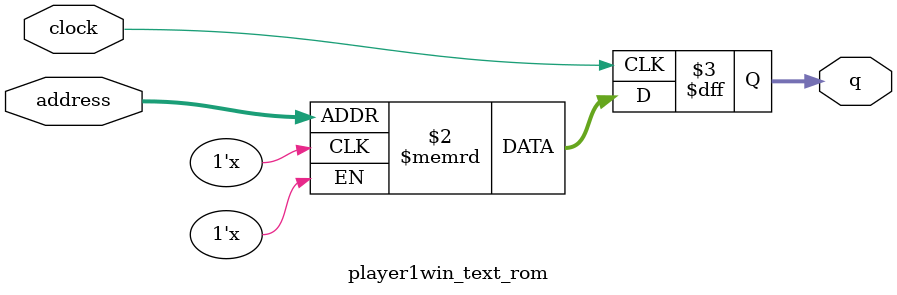
<source format=sv>
module player1win_text_rom (
	input logic clock,
	input logic [14:0] address,
	output logic [2:0] q
);

logic [2:0] memory [0:26999] /* synthesis ram_init_file = "./player1win_text/player1win_text.mif" */;

always_ff @ (posedge clock) begin
	q <= memory[address];
end

endmodule

</source>
